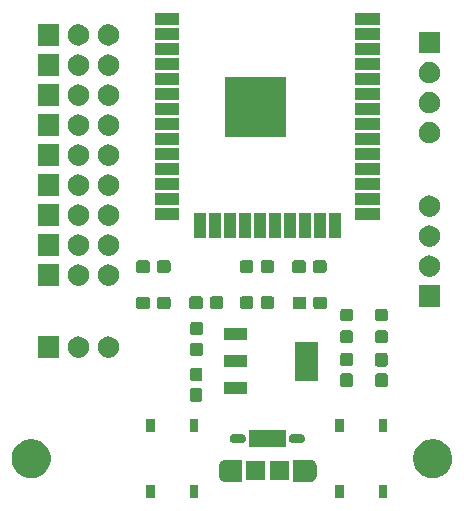
<source format=gbr>
G04 #@! TF.GenerationSoftware,KiCad,Pcbnew,(5.1.5)-3*
G04 #@! TF.CreationDate,2021-09-06T10:27:39+09:00*
G04 #@! TF.ProjectId,MKSP32_v2,4d4b5350-3332-45f7-9632-2e6b69636164,rev?*
G04 #@! TF.SameCoordinates,Original*
G04 #@! TF.FileFunction,Soldermask,Top*
G04 #@! TF.FilePolarity,Negative*
%FSLAX46Y46*%
G04 Gerber Fmt 4.6, Leading zero omitted, Abs format (unit mm)*
G04 Created by KiCad (PCBNEW (5.1.5)-3) date 2021-09-06 10:27:39*
%MOMM*%
%LPD*%
G04 APERTURE LIST*
%ADD10C,0.000100*%
%ADD11C,0.100000*%
G04 APERTURE END LIST*
D10*
G36*
X103600000Y-80875000D02*
G01*
X102200000Y-80875000D01*
X102200000Y-79125000D01*
X103600000Y-79125000D01*
X103626168Y-79125685D01*
X103652264Y-79127739D01*
X103678217Y-79131156D01*
X103703956Y-79135926D01*
X103729410Y-79142037D01*
X103754508Y-79149472D01*
X103779184Y-79158210D01*
X103803368Y-79168227D01*
X103826995Y-79179497D01*
X103850000Y-79191987D01*
X103872320Y-79205665D01*
X103893893Y-79220492D01*
X103914660Y-79236427D01*
X103934565Y-79253428D01*
X103953553Y-79271447D01*
X103971572Y-79290435D01*
X103988573Y-79310340D01*
X104004508Y-79331107D01*
X104019335Y-79352680D01*
X104033013Y-79375000D01*
X104045503Y-79398005D01*
X104056773Y-79421632D01*
X104066790Y-79445816D01*
X104075528Y-79470492D01*
X104082963Y-79495590D01*
X104089074Y-79521044D01*
X104093844Y-79546783D01*
X104097261Y-79572736D01*
X104099315Y-79598832D01*
X104100000Y-79625000D01*
X104100000Y-80375000D01*
X104099315Y-80401168D01*
X104097261Y-80427264D01*
X104093844Y-80453217D01*
X104089074Y-80478956D01*
X104082963Y-80504410D01*
X104075528Y-80529508D01*
X104066790Y-80554184D01*
X104056773Y-80578368D01*
X104045503Y-80601995D01*
X104033013Y-80625000D01*
X104019335Y-80647320D01*
X104004508Y-80668893D01*
X103988573Y-80689660D01*
X103971572Y-80709565D01*
X103953553Y-80728553D01*
X103934565Y-80746572D01*
X103914660Y-80763573D01*
X103893893Y-80779508D01*
X103872320Y-80794335D01*
X103850000Y-80808013D01*
X103826995Y-80820503D01*
X103803368Y-80831773D01*
X103779184Y-80841790D01*
X103754508Y-80850528D01*
X103729410Y-80857963D01*
X103703956Y-80864074D01*
X103678217Y-80868844D01*
X103652264Y-80872261D01*
X103626168Y-80874315D01*
X103600000Y-80875000D01*
G37*
X103600000Y-80875000D02*
X102200000Y-80875000D01*
X102200000Y-79125000D01*
X103600000Y-79125000D01*
X103626168Y-79125685D01*
X103652264Y-79127739D01*
X103678217Y-79131156D01*
X103703956Y-79135926D01*
X103729410Y-79142037D01*
X103754508Y-79149472D01*
X103779184Y-79158210D01*
X103803368Y-79168227D01*
X103826995Y-79179497D01*
X103850000Y-79191987D01*
X103872320Y-79205665D01*
X103893893Y-79220492D01*
X103914660Y-79236427D01*
X103934565Y-79253428D01*
X103953553Y-79271447D01*
X103971572Y-79290435D01*
X103988573Y-79310340D01*
X104004508Y-79331107D01*
X104019335Y-79352680D01*
X104033013Y-79375000D01*
X104045503Y-79398005D01*
X104056773Y-79421632D01*
X104066790Y-79445816D01*
X104075528Y-79470492D01*
X104082963Y-79495590D01*
X104089074Y-79521044D01*
X104093844Y-79546783D01*
X104097261Y-79572736D01*
X104099315Y-79598832D01*
X104100000Y-79625000D01*
X104100000Y-80375000D01*
X104099315Y-80401168D01*
X104097261Y-80427264D01*
X104093844Y-80453217D01*
X104089074Y-80478956D01*
X104082963Y-80504410D01*
X104075528Y-80529508D01*
X104066790Y-80554184D01*
X104056773Y-80578368D01*
X104045503Y-80601995D01*
X104033013Y-80625000D01*
X104019335Y-80647320D01*
X104004508Y-80668893D01*
X103988573Y-80689660D01*
X103971572Y-80709565D01*
X103953553Y-80728553D01*
X103934565Y-80746572D01*
X103914660Y-80763573D01*
X103893893Y-80779508D01*
X103872320Y-80794335D01*
X103850000Y-80808013D01*
X103826995Y-80820503D01*
X103803368Y-80831773D01*
X103779184Y-80841790D01*
X103754508Y-80850528D01*
X103729410Y-80857963D01*
X103703956Y-80864074D01*
X103678217Y-80868844D01*
X103652264Y-80872261D01*
X103626168Y-80874315D01*
X103600000Y-80875000D01*
G36*
X96400000Y-79125000D02*
G01*
X97800000Y-79125000D01*
X97800000Y-80875000D01*
X96400000Y-80875000D01*
X96373832Y-80874315D01*
X96347736Y-80872261D01*
X96321783Y-80868844D01*
X96296044Y-80864074D01*
X96270590Y-80857963D01*
X96245492Y-80850528D01*
X96220816Y-80841790D01*
X96196632Y-80831773D01*
X96173005Y-80820503D01*
X96150000Y-80808013D01*
X96127680Y-80794335D01*
X96106107Y-80779508D01*
X96085340Y-80763573D01*
X96065435Y-80746572D01*
X96046447Y-80728553D01*
X96028428Y-80709565D01*
X96011427Y-80689660D01*
X95995492Y-80668893D01*
X95980665Y-80647320D01*
X95966987Y-80625000D01*
X95954497Y-80601995D01*
X95943227Y-80578368D01*
X95933210Y-80554184D01*
X95924472Y-80529508D01*
X95917037Y-80504410D01*
X95910926Y-80478956D01*
X95906156Y-80453217D01*
X95902739Y-80427264D01*
X95900685Y-80401168D01*
X95900000Y-80375000D01*
X95900000Y-79625000D01*
X95900685Y-79598832D01*
X95902739Y-79572736D01*
X95906156Y-79546783D01*
X95910926Y-79521044D01*
X95917037Y-79495590D01*
X95924472Y-79470492D01*
X95933210Y-79445816D01*
X95943227Y-79421632D01*
X95954497Y-79398005D01*
X95966987Y-79375000D01*
X95980665Y-79352680D01*
X95995492Y-79331107D01*
X96011427Y-79310340D01*
X96028428Y-79290435D01*
X96046447Y-79271447D01*
X96065435Y-79253428D01*
X96085340Y-79236427D01*
X96106107Y-79220492D01*
X96127680Y-79205665D01*
X96150000Y-79191987D01*
X96173005Y-79179497D01*
X96196632Y-79168227D01*
X96220816Y-79158210D01*
X96245492Y-79149472D01*
X96270590Y-79142037D01*
X96296044Y-79135926D01*
X96321783Y-79131156D01*
X96347736Y-79127739D01*
X96373832Y-79125685D01*
X96400000Y-79125000D01*
G37*
X96400000Y-79125000D02*
X97800000Y-79125000D01*
X97800000Y-80875000D01*
X96400000Y-80875000D01*
X96373832Y-80874315D01*
X96347736Y-80872261D01*
X96321783Y-80868844D01*
X96296044Y-80864074D01*
X96270590Y-80857963D01*
X96245492Y-80850528D01*
X96220816Y-80841790D01*
X96196632Y-80831773D01*
X96173005Y-80820503D01*
X96150000Y-80808013D01*
X96127680Y-80794335D01*
X96106107Y-80779508D01*
X96085340Y-80763573D01*
X96065435Y-80746572D01*
X96046447Y-80728553D01*
X96028428Y-80709565D01*
X96011427Y-80689660D01*
X95995492Y-80668893D01*
X95980665Y-80647320D01*
X95966987Y-80625000D01*
X95954497Y-80601995D01*
X95943227Y-80578368D01*
X95933210Y-80554184D01*
X95924472Y-80529508D01*
X95917037Y-80504410D01*
X95910926Y-80478956D01*
X95906156Y-80453217D01*
X95902739Y-80427264D01*
X95900685Y-80401168D01*
X95900000Y-80375000D01*
X95900000Y-79625000D01*
X95900685Y-79598832D01*
X95902739Y-79572736D01*
X95906156Y-79546783D01*
X95910926Y-79521044D01*
X95917037Y-79495590D01*
X95924472Y-79470492D01*
X95933210Y-79445816D01*
X95943227Y-79421632D01*
X95954497Y-79398005D01*
X95966987Y-79375000D01*
X95980665Y-79352680D01*
X95995492Y-79331107D01*
X96011427Y-79310340D01*
X96028428Y-79290435D01*
X96046447Y-79271447D01*
X96065435Y-79253428D01*
X96085340Y-79236427D01*
X96106107Y-79220492D01*
X96127680Y-79205665D01*
X96150000Y-79191987D01*
X96173005Y-79179497D01*
X96196632Y-79168227D01*
X96220816Y-79158210D01*
X96245492Y-79149472D01*
X96270590Y-79142037D01*
X96296044Y-79135926D01*
X96321783Y-79131156D01*
X96347736Y-79127739D01*
X96373832Y-79125685D01*
X96400000Y-79125000D01*
D11*
G36*
X110151000Y-82351000D02*
G01*
X109449000Y-82351000D01*
X109449000Y-81249000D01*
X110151000Y-81249000D01*
X110151000Y-82351000D01*
G37*
G36*
X106451000Y-82351000D02*
G01*
X105749000Y-82351000D01*
X105749000Y-81249000D01*
X106451000Y-81249000D01*
X106451000Y-82351000D01*
G37*
G36*
X90451000Y-82351000D02*
G01*
X89749000Y-82351000D01*
X89749000Y-81249000D01*
X90451000Y-81249000D01*
X90451000Y-82351000D01*
G37*
G36*
X94151000Y-82351000D02*
G01*
X93449000Y-82351000D01*
X93449000Y-81249000D01*
X94151000Y-81249000D01*
X94151000Y-82351000D01*
G37*
G36*
X96585960Y-79180345D02*
G01*
X96647111Y-79198895D01*
X96668621Y-79205420D01*
X96744795Y-79246136D01*
X96811567Y-79300933D01*
X96866364Y-79367705D01*
X96907080Y-79443878D01*
X96913605Y-79465388D01*
X96932155Y-79526539D01*
X96938500Y-79590964D01*
X96938500Y-80409036D01*
X96932155Y-80473461D01*
X96913605Y-80534612D01*
X96907080Y-80556122D01*
X96866364Y-80632295D01*
X96811567Y-80699067D01*
X96744795Y-80753864D01*
X96668622Y-80794580D01*
X96647112Y-80801105D01*
X96585961Y-80819655D01*
X96500000Y-80828121D01*
X96414040Y-80819655D01*
X96352889Y-80801105D01*
X96331379Y-80794580D01*
X96255206Y-80753864D01*
X96188434Y-80699067D01*
X96133637Y-80632295D01*
X96092919Y-80556118D01*
X96067845Y-80473462D01*
X96061500Y-80409037D01*
X96061500Y-79590964D01*
X96067845Y-79526542D01*
X96067845Y-79526540D01*
X96092919Y-79443883D01*
X96092920Y-79443879D01*
X96133636Y-79367705D01*
X96188433Y-79300933D01*
X96255205Y-79246136D01*
X96331378Y-79205420D01*
X96352888Y-79198895D01*
X96414039Y-79180345D01*
X96500000Y-79171879D01*
X96585960Y-79180345D01*
G37*
G36*
X103585960Y-79180345D02*
G01*
X103647111Y-79198895D01*
X103668621Y-79205420D01*
X103744795Y-79246136D01*
X103811567Y-79300933D01*
X103866364Y-79367705D01*
X103907080Y-79443878D01*
X103913605Y-79465388D01*
X103932155Y-79526539D01*
X103938500Y-79590964D01*
X103938500Y-80409036D01*
X103932155Y-80473461D01*
X103913605Y-80534612D01*
X103907080Y-80556122D01*
X103866364Y-80632295D01*
X103811567Y-80699067D01*
X103744795Y-80753864D01*
X103668622Y-80794580D01*
X103647112Y-80801105D01*
X103585961Y-80819655D01*
X103500000Y-80828121D01*
X103414040Y-80819655D01*
X103352889Y-80801105D01*
X103331379Y-80794580D01*
X103255206Y-80753864D01*
X103188434Y-80699067D01*
X103133637Y-80632295D01*
X103092919Y-80556118D01*
X103067845Y-80473462D01*
X103061500Y-80409037D01*
X103061500Y-79590964D01*
X103067845Y-79526542D01*
X103067845Y-79526540D01*
X103092919Y-79443883D01*
X103092920Y-79443879D01*
X103133636Y-79367705D01*
X103188433Y-79300933D01*
X103255205Y-79246136D01*
X103331378Y-79205420D01*
X103352888Y-79198895D01*
X103414039Y-79180345D01*
X103500000Y-79171879D01*
X103585960Y-79180345D01*
G37*
G36*
X99801000Y-80826000D02*
G01*
X98199000Y-80826000D01*
X98199000Y-79174000D01*
X99801000Y-79174000D01*
X99801000Y-80826000D01*
G37*
G36*
X101801000Y-80826000D02*
G01*
X100199000Y-80826000D01*
X100199000Y-79174000D01*
X101801000Y-79174000D01*
X101801000Y-80826000D01*
G37*
G36*
X114375256Y-77391298D02*
G01*
X114481579Y-77412447D01*
X114782042Y-77536903D01*
X115052451Y-77717585D01*
X115282415Y-77947549D01*
X115282416Y-77947551D01*
X115463098Y-78217960D01*
X115587553Y-78518422D01*
X115651000Y-78837389D01*
X115651000Y-79162611D01*
X115610204Y-79367704D01*
X115587553Y-79481579D01*
X115463097Y-79782042D01*
X115282415Y-80052451D01*
X115052451Y-80282415D01*
X114782042Y-80463097D01*
X114481579Y-80587553D01*
X114375256Y-80608702D01*
X114162611Y-80651000D01*
X113837389Y-80651000D01*
X113624744Y-80608702D01*
X113518421Y-80587553D01*
X113217958Y-80463097D01*
X112947549Y-80282415D01*
X112717585Y-80052451D01*
X112536903Y-79782042D01*
X112412447Y-79481579D01*
X112389796Y-79367704D01*
X112349000Y-79162611D01*
X112349000Y-78837389D01*
X112412447Y-78518422D01*
X112536902Y-78217960D01*
X112717584Y-77947551D01*
X112717585Y-77947549D01*
X112947549Y-77717585D01*
X113217958Y-77536903D01*
X113518421Y-77412447D01*
X113624744Y-77391298D01*
X113837389Y-77349000D01*
X114162611Y-77349000D01*
X114375256Y-77391298D01*
G37*
G36*
X80375256Y-77391298D02*
G01*
X80481579Y-77412447D01*
X80782042Y-77536903D01*
X81052451Y-77717585D01*
X81282415Y-77947549D01*
X81282416Y-77947551D01*
X81463098Y-78217960D01*
X81587553Y-78518422D01*
X81651000Y-78837389D01*
X81651000Y-79162611D01*
X81610204Y-79367704D01*
X81587553Y-79481579D01*
X81463097Y-79782042D01*
X81282415Y-80052451D01*
X81052451Y-80282415D01*
X80782042Y-80463097D01*
X80481579Y-80587553D01*
X80375256Y-80608702D01*
X80162611Y-80651000D01*
X79837389Y-80651000D01*
X79624744Y-80608702D01*
X79518421Y-80587553D01*
X79217958Y-80463097D01*
X78947549Y-80282415D01*
X78717585Y-80052451D01*
X78536903Y-79782042D01*
X78412447Y-79481579D01*
X78389796Y-79367704D01*
X78349000Y-79162611D01*
X78349000Y-78837389D01*
X78412447Y-78518422D01*
X78536902Y-78217960D01*
X78717584Y-77947551D01*
X78717585Y-77947549D01*
X78947549Y-77717585D01*
X79217958Y-77536903D01*
X79518421Y-77412447D01*
X79624744Y-77391298D01*
X79837389Y-77349000D01*
X80162611Y-77349000D01*
X80375256Y-77391298D01*
G37*
G36*
X101551000Y-77255102D02*
G01*
X101553402Y-77279488D01*
X101559762Y-77300454D01*
X101556382Y-77308613D01*
X101551602Y-77332646D01*
X101551000Y-77344898D01*
X101551000Y-78026000D01*
X98449000Y-78026000D01*
X98449000Y-77344898D01*
X98446598Y-77320512D01*
X98440238Y-77299546D01*
X98443618Y-77291387D01*
X98448398Y-77267354D01*
X98449000Y-77255102D01*
X98449000Y-76574000D01*
X101551000Y-76574000D01*
X101551000Y-77255102D01*
G37*
G36*
X102898710Y-76929440D02*
G01*
X102969585Y-76950940D01*
X103034904Y-76985854D01*
X103092159Y-77032841D01*
X103139146Y-77090096D01*
X103174060Y-77155415D01*
X103195560Y-77226290D01*
X103202819Y-77300000D01*
X103195560Y-77373710D01*
X103174060Y-77444585D01*
X103139146Y-77509904D01*
X103092159Y-77567159D01*
X103034904Y-77614146D01*
X102969585Y-77649060D01*
X102898710Y-77670560D01*
X102843472Y-77676000D01*
X102156528Y-77676000D01*
X102101290Y-77670560D01*
X102030415Y-77649060D01*
X101965096Y-77614146D01*
X101907841Y-77567159D01*
X101860854Y-77509904D01*
X101825940Y-77444585D01*
X101804440Y-77373710D01*
X101800396Y-77332646D01*
X101795616Y-77308613D01*
X101792236Y-77300454D01*
X101798596Y-77279488D01*
X101800396Y-77267354D01*
X101804440Y-77226290D01*
X101825940Y-77155415D01*
X101860854Y-77090096D01*
X101907841Y-77032841D01*
X101965096Y-76985854D01*
X102030415Y-76950940D01*
X102101290Y-76929440D01*
X102156528Y-76924000D01*
X102843472Y-76924000D01*
X102898710Y-76929440D01*
G37*
G36*
X97898710Y-76929440D02*
G01*
X97969585Y-76950940D01*
X98034904Y-76985854D01*
X98092159Y-77032841D01*
X98139146Y-77090096D01*
X98174060Y-77155415D01*
X98195560Y-77226290D01*
X98199604Y-77267354D01*
X98204384Y-77291387D01*
X98207764Y-77299546D01*
X98201404Y-77320512D01*
X98199604Y-77332646D01*
X98195560Y-77373710D01*
X98174060Y-77444585D01*
X98139146Y-77509904D01*
X98092159Y-77567159D01*
X98034904Y-77614146D01*
X97969585Y-77649060D01*
X97898710Y-77670560D01*
X97843472Y-77676000D01*
X97156528Y-77676000D01*
X97101290Y-77670560D01*
X97030415Y-77649060D01*
X96965096Y-77614146D01*
X96907841Y-77567159D01*
X96860854Y-77509904D01*
X96825940Y-77444585D01*
X96804440Y-77373710D01*
X96797181Y-77300000D01*
X96804440Y-77226290D01*
X96825940Y-77155415D01*
X96860854Y-77090096D01*
X96907841Y-77032841D01*
X96965096Y-76985854D01*
X97030415Y-76950940D01*
X97101290Y-76929440D01*
X97156528Y-76924000D01*
X97843472Y-76924000D01*
X97898710Y-76929440D01*
G37*
G36*
X94151000Y-76751000D02*
G01*
X93449000Y-76751000D01*
X93449000Y-75649000D01*
X94151000Y-75649000D01*
X94151000Y-76751000D01*
G37*
G36*
X106451000Y-76751000D02*
G01*
X105749000Y-76751000D01*
X105749000Y-75649000D01*
X106451000Y-75649000D01*
X106451000Y-76751000D01*
G37*
G36*
X110151000Y-76751000D02*
G01*
X109449000Y-76751000D01*
X109449000Y-75649000D01*
X110151000Y-75649000D01*
X110151000Y-76751000D01*
G37*
G36*
X90451000Y-76751000D02*
G01*
X89749000Y-76751000D01*
X89749000Y-75649000D01*
X90451000Y-75649000D01*
X90451000Y-76751000D01*
G37*
G36*
X94332499Y-73039695D02*
G01*
X94369995Y-73051070D01*
X94404554Y-73069542D01*
X94434847Y-73094403D01*
X94459708Y-73124696D01*
X94478180Y-73159255D01*
X94489555Y-73196751D01*
X94494000Y-73241888D01*
X94494000Y-73980612D01*
X94489555Y-74025749D01*
X94478180Y-74063245D01*
X94459708Y-74097804D01*
X94434847Y-74128097D01*
X94404554Y-74152958D01*
X94369995Y-74171430D01*
X94332499Y-74182805D01*
X94287362Y-74187250D01*
X93648638Y-74187250D01*
X93603501Y-74182805D01*
X93566005Y-74171430D01*
X93531446Y-74152958D01*
X93501153Y-74128097D01*
X93476292Y-74097804D01*
X93457820Y-74063245D01*
X93446445Y-74025749D01*
X93442000Y-73980612D01*
X93442000Y-73241888D01*
X93446445Y-73196751D01*
X93457820Y-73159255D01*
X93476292Y-73124696D01*
X93501153Y-73094403D01*
X93531446Y-73069542D01*
X93566005Y-73051070D01*
X93603501Y-73039695D01*
X93648638Y-73035250D01*
X94287362Y-73035250D01*
X94332499Y-73039695D01*
G37*
G36*
X98261000Y-73540000D02*
G01*
X96359000Y-73540000D01*
X96359000Y-72538000D01*
X98261000Y-72538000D01*
X98261000Y-73540000D01*
G37*
G36*
X110016499Y-71761445D02*
G01*
X110053995Y-71772820D01*
X110088554Y-71791292D01*
X110118847Y-71816153D01*
X110143708Y-71846446D01*
X110162180Y-71881005D01*
X110173555Y-71918501D01*
X110178000Y-71963638D01*
X110178000Y-72727362D01*
X110173555Y-72772499D01*
X110162180Y-72809995D01*
X110143708Y-72844554D01*
X110118847Y-72874847D01*
X110088554Y-72899708D01*
X110053995Y-72918180D01*
X110016499Y-72929555D01*
X109971362Y-72934000D01*
X109332638Y-72934000D01*
X109287501Y-72929555D01*
X109250005Y-72918180D01*
X109215446Y-72899708D01*
X109185153Y-72874847D01*
X109160292Y-72844554D01*
X109141820Y-72809995D01*
X109130445Y-72772499D01*
X109126000Y-72727362D01*
X109126000Y-71963638D01*
X109130445Y-71918501D01*
X109141820Y-71881005D01*
X109160292Y-71846446D01*
X109185153Y-71816153D01*
X109215446Y-71791292D01*
X109250005Y-71772820D01*
X109287501Y-71761445D01*
X109332638Y-71757000D01*
X109971362Y-71757000D01*
X110016499Y-71761445D01*
G37*
G36*
X107072499Y-71786445D02*
G01*
X107109995Y-71797820D01*
X107144554Y-71816292D01*
X107174847Y-71841153D01*
X107199708Y-71871446D01*
X107218180Y-71906005D01*
X107229555Y-71943501D01*
X107234000Y-71988638D01*
X107234000Y-72727362D01*
X107229555Y-72772499D01*
X107218180Y-72809995D01*
X107199708Y-72844554D01*
X107174847Y-72874847D01*
X107144554Y-72899708D01*
X107109995Y-72918180D01*
X107072499Y-72929555D01*
X107027362Y-72934000D01*
X106388638Y-72934000D01*
X106343501Y-72929555D01*
X106306005Y-72918180D01*
X106271446Y-72899708D01*
X106241153Y-72874847D01*
X106216292Y-72844554D01*
X106197820Y-72809995D01*
X106186445Y-72772499D01*
X106182000Y-72727362D01*
X106182000Y-71988638D01*
X106186445Y-71943501D01*
X106197820Y-71906005D01*
X106216292Y-71871446D01*
X106241153Y-71841153D01*
X106271446Y-71816292D01*
X106306005Y-71797820D01*
X106343501Y-71786445D01*
X106388638Y-71782000D01*
X107027362Y-71782000D01*
X107072499Y-71786445D01*
G37*
G36*
X94332499Y-71289695D02*
G01*
X94369995Y-71301070D01*
X94404554Y-71319542D01*
X94434847Y-71344403D01*
X94459708Y-71374696D01*
X94478180Y-71409255D01*
X94489555Y-71446751D01*
X94494000Y-71491888D01*
X94494000Y-72230612D01*
X94489555Y-72275749D01*
X94478180Y-72313245D01*
X94459708Y-72347804D01*
X94434847Y-72378097D01*
X94404554Y-72402958D01*
X94369995Y-72421430D01*
X94332499Y-72432805D01*
X94287362Y-72437250D01*
X93648638Y-72437250D01*
X93603501Y-72432805D01*
X93566005Y-72421430D01*
X93531446Y-72402958D01*
X93501153Y-72378097D01*
X93476292Y-72347804D01*
X93457820Y-72313245D01*
X93446445Y-72275749D01*
X93442000Y-72230612D01*
X93442000Y-71491888D01*
X93446445Y-71446751D01*
X93457820Y-71409255D01*
X93476292Y-71374696D01*
X93501153Y-71344403D01*
X93531446Y-71319542D01*
X93566005Y-71301070D01*
X93603501Y-71289695D01*
X93648638Y-71285250D01*
X94287362Y-71285250D01*
X94332499Y-71289695D01*
G37*
G36*
X104261000Y-72390000D02*
G01*
X102359000Y-72390000D01*
X102359000Y-69088000D01*
X104261000Y-69088000D01*
X104261000Y-72390000D01*
G37*
G36*
X98261000Y-71240000D02*
G01*
X96359000Y-71240000D01*
X96359000Y-70238000D01*
X98261000Y-70238000D01*
X98261000Y-71240000D01*
G37*
G36*
X110016499Y-70036445D02*
G01*
X110053995Y-70047820D01*
X110088554Y-70066292D01*
X110118847Y-70091153D01*
X110143708Y-70121446D01*
X110162180Y-70156005D01*
X110173555Y-70193501D01*
X110178000Y-70238638D01*
X110178000Y-71002362D01*
X110173555Y-71047499D01*
X110162180Y-71084995D01*
X110143708Y-71119554D01*
X110118847Y-71149847D01*
X110088554Y-71174708D01*
X110053995Y-71193180D01*
X110016499Y-71204555D01*
X109971362Y-71209000D01*
X109332638Y-71209000D01*
X109287501Y-71204555D01*
X109250005Y-71193180D01*
X109215446Y-71174708D01*
X109185153Y-71149847D01*
X109160292Y-71119554D01*
X109141820Y-71084995D01*
X109130445Y-71047499D01*
X109126000Y-71002362D01*
X109126000Y-70238638D01*
X109130445Y-70193501D01*
X109141820Y-70156005D01*
X109160292Y-70121446D01*
X109185153Y-70091153D01*
X109215446Y-70066292D01*
X109250005Y-70047820D01*
X109287501Y-70036445D01*
X109332638Y-70032000D01*
X109971362Y-70032000D01*
X110016499Y-70036445D01*
G37*
G36*
X107072499Y-70036445D02*
G01*
X107109995Y-70047820D01*
X107144554Y-70066292D01*
X107174847Y-70091153D01*
X107199708Y-70121446D01*
X107218180Y-70156005D01*
X107229555Y-70193501D01*
X107234000Y-70238638D01*
X107234000Y-70977362D01*
X107229555Y-71022499D01*
X107218180Y-71059995D01*
X107199708Y-71094554D01*
X107174847Y-71124847D01*
X107144554Y-71149708D01*
X107109995Y-71168180D01*
X107072499Y-71179555D01*
X107027362Y-71184000D01*
X106388638Y-71184000D01*
X106343501Y-71179555D01*
X106306005Y-71168180D01*
X106271446Y-71149708D01*
X106241153Y-71124847D01*
X106216292Y-71094554D01*
X106197820Y-71059995D01*
X106186445Y-71022499D01*
X106182000Y-70977362D01*
X106182000Y-70238638D01*
X106186445Y-70193501D01*
X106197820Y-70156005D01*
X106216292Y-70121446D01*
X106241153Y-70091153D01*
X106271446Y-70066292D01*
X106306005Y-70047820D01*
X106343501Y-70036445D01*
X106388638Y-70032000D01*
X107027362Y-70032000D01*
X107072499Y-70036445D01*
G37*
G36*
X86651512Y-68661927D02*
G01*
X86800812Y-68691624D01*
X86964784Y-68759544D01*
X87112354Y-68858147D01*
X87237853Y-68983646D01*
X87336456Y-69131216D01*
X87404376Y-69295188D01*
X87439000Y-69469259D01*
X87439000Y-69646741D01*
X87404376Y-69820812D01*
X87336456Y-69984784D01*
X87237853Y-70132354D01*
X87112354Y-70257853D01*
X86964784Y-70356456D01*
X86800812Y-70424376D01*
X86651512Y-70454073D01*
X86626742Y-70459000D01*
X86449258Y-70459000D01*
X86424488Y-70454073D01*
X86275188Y-70424376D01*
X86111216Y-70356456D01*
X85963646Y-70257853D01*
X85838147Y-70132354D01*
X85739544Y-69984784D01*
X85671624Y-69820812D01*
X85637000Y-69646741D01*
X85637000Y-69469259D01*
X85671624Y-69295188D01*
X85739544Y-69131216D01*
X85838147Y-68983646D01*
X85963646Y-68858147D01*
X86111216Y-68759544D01*
X86275188Y-68691624D01*
X86424488Y-68661927D01*
X86449258Y-68657000D01*
X86626742Y-68657000D01*
X86651512Y-68661927D01*
G37*
G36*
X84111512Y-68661927D02*
G01*
X84260812Y-68691624D01*
X84424784Y-68759544D01*
X84572354Y-68858147D01*
X84697853Y-68983646D01*
X84796456Y-69131216D01*
X84864376Y-69295188D01*
X84899000Y-69469259D01*
X84899000Y-69646741D01*
X84864376Y-69820812D01*
X84796456Y-69984784D01*
X84697853Y-70132354D01*
X84572354Y-70257853D01*
X84424784Y-70356456D01*
X84260812Y-70424376D01*
X84111512Y-70454073D01*
X84086742Y-70459000D01*
X83909258Y-70459000D01*
X83884488Y-70454073D01*
X83735188Y-70424376D01*
X83571216Y-70356456D01*
X83423646Y-70257853D01*
X83298147Y-70132354D01*
X83199544Y-69984784D01*
X83131624Y-69820812D01*
X83097000Y-69646741D01*
X83097000Y-69469259D01*
X83131624Y-69295188D01*
X83199544Y-69131216D01*
X83298147Y-68983646D01*
X83423646Y-68858147D01*
X83571216Y-68759544D01*
X83735188Y-68691624D01*
X83884488Y-68661927D01*
X83909258Y-68657000D01*
X84086742Y-68657000D01*
X84111512Y-68661927D01*
G37*
G36*
X82359000Y-70459000D02*
G01*
X80557000Y-70459000D01*
X80557000Y-68657000D01*
X82359000Y-68657000D01*
X82359000Y-70459000D01*
G37*
G36*
X94372499Y-69174945D02*
G01*
X94409995Y-69186320D01*
X94444554Y-69204792D01*
X94474847Y-69229653D01*
X94499708Y-69259946D01*
X94518180Y-69294505D01*
X94529555Y-69332001D01*
X94534000Y-69377138D01*
X94534000Y-70115862D01*
X94529555Y-70160999D01*
X94518180Y-70198495D01*
X94499708Y-70233054D01*
X94474847Y-70263347D01*
X94444554Y-70288208D01*
X94409995Y-70306680D01*
X94372499Y-70318055D01*
X94327362Y-70322500D01*
X93688638Y-70322500D01*
X93643501Y-70318055D01*
X93606005Y-70306680D01*
X93571446Y-70288208D01*
X93541153Y-70263347D01*
X93516292Y-70233054D01*
X93497820Y-70198495D01*
X93486445Y-70160999D01*
X93482000Y-70115862D01*
X93482000Y-69377138D01*
X93486445Y-69332001D01*
X93497820Y-69294505D01*
X93516292Y-69259946D01*
X93541153Y-69229653D01*
X93571446Y-69204792D01*
X93606005Y-69186320D01*
X93643501Y-69174945D01*
X93688638Y-69170500D01*
X94327362Y-69170500D01*
X94372499Y-69174945D01*
G37*
G36*
X110016499Y-68139445D02*
G01*
X110053995Y-68150820D01*
X110088554Y-68169292D01*
X110118847Y-68194153D01*
X110143708Y-68224446D01*
X110162180Y-68259005D01*
X110173555Y-68296501D01*
X110178000Y-68341638D01*
X110178000Y-69005362D01*
X110173555Y-69050499D01*
X110162180Y-69087995D01*
X110143708Y-69122554D01*
X110118847Y-69152847D01*
X110088554Y-69177708D01*
X110053995Y-69196180D01*
X110016499Y-69207555D01*
X109971362Y-69212000D01*
X109332638Y-69212000D01*
X109287501Y-69207555D01*
X109250005Y-69196180D01*
X109215446Y-69177708D01*
X109185153Y-69152847D01*
X109160292Y-69122554D01*
X109141820Y-69087995D01*
X109130445Y-69050499D01*
X109126000Y-69005362D01*
X109126000Y-68341638D01*
X109130445Y-68296501D01*
X109141820Y-68259005D01*
X109160292Y-68224446D01*
X109185153Y-68194153D01*
X109215446Y-68169292D01*
X109250005Y-68150820D01*
X109287501Y-68139445D01*
X109332638Y-68135000D01*
X109971362Y-68135000D01*
X110016499Y-68139445D01*
G37*
G36*
X107072499Y-68139445D02*
G01*
X107109995Y-68150820D01*
X107144554Y-68169292D01*
X107174847Y-68194153D01*
X107199708Y-68224446D01*
X107218180Y-68259005D01*
X107229555Y-68296501D01*
X107234000Y-68341638D01*
X107234000Y-69005362D01*
X107229555Y-69050499D01*
X107218180Y-69087995D01*
X107199708Y-69122554D01*
X107174847Y-69152847D01*
X107144554Y-69177708D01*
X107109995Y-69196180D01*
X107072499Y-69207555D01*
X107027362Y-69212000D01*
X106388638Y-69212000D01*
X106343501Y-69207555D01*
X106306005Y-69196180D01*
X106271446Y-69177708D01*
X106241153Y-69152847D01*
X106216292Y-69122554D01*
X106197820Y-69087995D01*
X106186445Y-69050499D01*
X106182000Y-69005362D01*
X106182000Y-68341638D01*
X106186445Y-68296501D01*
X106197820Y-68259005D01*
X106216292Y-68224446D01*
X106241153Y-68194153D01*
X106271446Y-68169292D01*
X106306005Y-68150820D01*
X106343501Y-68139445D01*
X106388638Y-68135000D01*
X107027362Y-68135000D01*
X107072499Y-68139445D01*
G37*
G36*
X98261000Y-68940000D02*
G01*
X96359000Y-68940000D01*
X96359000Y-67938000D01*
X98261000Y-67938000D01*
X98261000Y-68940000D01*
G37*
G36*
X94372499Y-67424945D02*
G01*
X94409995Y-67436320D01*
X94444554Y-67454792D01*
X94474847Y-67479653D01*
X94499708Y-67509946D01*
X94518180Y-67544505D01*
X94529555Y-67582001D01*
X94534000Y-67627138D01*
X94534000Y-68365862D01*
X94529555Y-68410999D01*
X94518180Y-68448495D01*
X94499708Y-68483054D01*
X94474847Y-68513347D01*
X94444554Y-68538208D01*
X94409995Y-68556680D01*
X94372499Y-68568055D01*
X94327362Y-68572500D01*
X93688638Y-68572500D01*
X93643501Y-68568055D01*
X93606005Y-68556680D01*
X93571446Y-68538208D01*
X93541153Y-68513347D01*
X93516292Y-68483054D01*
X93497820Y-68448495D01*
X93486445Y-68410999D01*
X93482000Y-68365862D01*
X93482000Y-67627138D01*
X93486445Y-67582001D01*
X93497820Y-67544505D01*
X93516292Y-67509946D01*
X93541153Y-67479653D01*
X93571446Y-67454792D01*
X93606005Y-67436320D01*
X93643501Y-67424945D01*
X93688638Y-67420500D01*
X94327362Y-67420500D01*
X94372499Y-67424945D01*
G37*
G36*
X107072499Y-66314445D02*
G01*
X107109995Y-66325820D01*
X107144554Y-66344292D01*
X107174847Y-66369153D01*
X107199708Y-66399446D01*
X107218180Y-66434005D01*
X107229555Y-66471501D01*
X107234000Y-66516638D01*
X107234000Y-67180362D01*
X107229555Y-67225499D01*
X107218180Y-67262995D01*
X107199708Y-67297554D01*
X107174847Y-67327847D01*
X107144554Y-67352708D01*
X107109995Y-67371180D01*
X107072499Y-67382555D01*
X107027362Y-67387000D01*
X106388638Y-67387000D01*
X106343501Y-67382555D01*
X106306005Y-67371180D01*
X106271446Y-67352708D01*
X106241153Y-67327847D01*
X106216292Y-67297554D01*
X106197820Y-67262995D01*
X106186445Y-67225499D01*
X106182000Y-67180362D01*
X106182000Y-66516638D01*
X106186445Y-66471501D01*
X106197820Y-66434005D01*
X106216292Y-66399446D01*
X106241153Y-66369153D01*
X106271446Y-66344292D01*
X106306005Y-66325820D01*
X106343501Y-66314445D01*
X106388638Y-66310000D01*
X107027362Y-66310000D01*
X107072499Y-66314445D01*
G37*
G36*
X110016499Y-66314445D02*
G01*
X110053995Y-66325820D01*
X110088554Y-66344292D01*
X110118847Y-66369153D01*
X110143708Y-66399446D01*
X110162180Y-66434005D01*
X110173555Y-66471501D01*
X110178000Y-66516638D01*
X110178000Y-67180362D01*
X110173555Y-67225499D01*
X110162180Y-67262995D01*
X110143708Y-67297554D01*
X110118847Y-67327847D01*
X110088554Y-67352708D01*
X110053995Y-67371180D01*
X110016499Y-67382555D01*
X109971362Y-67387000D01*
X109332638Y-67387000D01*
X109287501Y-67382555D01*
X109250005Y-67371180D01*
X109215446Y-67352708D01*
X109185153Y-67327847D01*
X109160292Y-67297554D01*
X109141820Y-67262995D01*
X109130445Y-67225499D01*
X109126000Y-67180362D01*
X109126000Y-66516638D01*
X109130445Y-66471501D01*
X109141820Y-66434005D01*
X109160292Y-66399446D01*
X109185153Y-66369153D01*
X109215446Y-66344292D01*
X109250005Y-66325820D01*
X109287501Y-66314445D01*
X109332638Y-66310000D01*
X109971362Y-66310000D01*
X110016499Y-66314445D01*
G37*
G36*
X103139499Y-65278445D02*
G01*
X103176995Y-65289820D01*
X103211554Y-65308292D01*
X103241847Y-65333153D01*
X103266708Y-65363446D01*
X103285180Y-65398005D01*
X103296555Y-65435501D01*
X103301000Y-65480638D01*
X103301000Y-66119362D01*
X103296555Y-66164499D01*
X103285180Y-66201995D01*
X103266708Y-66236554D01*
X103241847Y-66266847D01*
X103211554Y-66291708D01*
X103176995Y-66310180D01*
X103139499Y-66321555D01*
X103094362Y-66326000D01*
X102355638Y-66326000D01*
X102310501Y-66321555D01*
X102273005Y-66310180D01*
X102238446Y-66291708D01*
X102208153Y-66266847D01*
X102183292Y-66236554D01*
X102164820Y-66201995D01*
X102153445Y-66164499D01*
X102149000Y-66119362D01*
X102149000Y-65480638D01*
X102153445Y-65435501D01*
X102164820Y-65398005D01*
X102183292Y-65363446D01*
X102208153Y-65333153D01*
X102238446Y-65308292D01*
X102273005Y-65289820D01*
X102310501Y-65278445D01*
X102355638Y-65274000D01*
X103094362Y-65274000D01*
X103139499Y-65278445D01*
G37*
G36*
X104889499Y-65278445D02*
G01*
X104926995Y-65289820D01*
X104961554Y-65308292D01*
X104991847Y-65333153D01*
X105016708Y-65363446D01*
X105035180Y-65398005D01*
X105046555Y-65435501D01*
X105051000Y-65480638D01*
X105051000Y-66119362D01*
X105046555Y-66164499D01*
X105035180Y-66201995D01*
X105016708Y-66236554D01*
X104991847Y-66266847D01*
X104961554Y-66291708D01*
X104926995Y-66310180D01*
X104889499Y-66321555D01*
X104844362Y-66326000D01*
X104105638Y-66326000D01*
X104060501Y-66321555D01*
X104023005Y-66310180D01*
X103988446Y-66291708D01*
X103958153Y-66266847D01*
X103933292Y-66236554D01*
X103914820Y-66201995D01*
X103903445Y-66164499D01*
X103899000Y-66119362D01*
X103899000Y-65480638D01*
X103903445Y-65435501D01*
X103914820Y-65398005D01*
X103933292Y-65363446D01*
X103958153Y-65333153D01*
X103988446Y-65308292D01*
X104023005Y-65289820D01*
X104060501Y-65278445D01*
X104105638Y-65274000D01*
X104844362Y-65274000D01*
X104889499Y-65278445D01*
G37*
G36*
X91637499Y-65278445D02*
G01*
X91674995Y-65289820D01*
X91709554Y-65308292D01*
X91739847Y-65333153D01*
X91764708Y-65363446D01*
X91783180Y-65398005D01*
X91794555Y-65435501D01*
X91799000Y-65480638D01*
X91799000Y-66119362D01*
X91794555Y-66164499D01*
X91783180Y-66201995D01*
X91764708Y-66236554D01*
X91739847Y-66266847D01*
X91709554Y-66291708D01*
X91674995Y-66310180D01*
X91637499Y-66321555D01*
X91592362Y-66326000D01*
X90853638Y-66326000D01*
X90808501Y-66321555D01*
X90771005Y-66310180D01*
X90736446Y-66291708D01*
X90706153Y-66266847D01*
X90681292Y-66236554D01*
X90662820Y-66201995D01*
X90651445Y-66164499D01*
X90647000Y-66119362D01*
X90647000Y-65480638D01*
X90651445Y-65435501D01*
X90662820Y-65398005D01*
X90681292Y-65363446D01*
X90706153Y-65333153D01*
X90736446Y-65308292D01*
X90771005Y-65289820D01*
X90808501Y-65278445D01*
X90853638Y-65274000D01*
X91592362Y-65274000D01*
X91637499Y-65278445D01*
G37*
G36*
X89887499Y-65278445D02*
G01*
X89924995Y-65289820D01*
X89959554Y-65308292D01*
X89989847Y-65333153D01*
X90014708Y-65363446D01*
X90033180Y-65398005D01*
X90044555Y-65435501D01*
X90049000Y-65480638D01*
X90049000Y-66119362D01*
X90044555Y-66164499D01*
X90033180Y-66201995D01*
X90014708Y-66236554D01*
X89989847Y-66266847D01*
X89959554Y-66291708D01*
X89924995Y-66310180D01*
X89887499Y-66321555D01*
X89842362Y-66326000D01*
X89103638Y-66326000D01*
X89058501Y-66321555D01*
X89021005Y-66310180D01*
X88986446Y-66291708D01*
X88956153Y-66266847D01*
X88931292Y-66236554D01*
X88912820Y-66201995D01*
X88901445Y-66164499D01*
X88897000Y-66119362D01*
X88897000Y-65480638D01*
X88901445Y-65435501D01*
X88912820Y-65398005D01*
X88931292Y-65363446D01*
X88956153Y-65333153D01*
X88986446Y-65308292D01*
X89021005Y-65289820D01*
X89058501Y-65278445D01*
X89103638Y-65274000D01*
X89842362Y-65274000D01*
X89887499Y-65278445D01*
G37*
G36*
X100414499Y-65260445D02*
G01*
X100451995Y-65271820D01*
X100486554Y-65290292D01*
X100516847Y-65315153D01*
X100541708Y-65345446D01*
X100560180Y-65380005D01*
X100571555Y-65417501D01*
X100576000Y-65462638D01*
X100576000Y-66101362D01*
X100571555Y-66146499D01*
X100560180Y-66183995D01*
X100541708Y-66218554D01*
X100516847Y-66248847D01*
X100486554Y-66273708D01*
X100451995Y-66292180D01*
X100414499Y-66303555D01*
X100369362Y-66308000D01*
X99630638Y-66308000D01*
X99585501Y-66303555D01*
X99548005Y-66292180D01*
X99513446Y-66273708D01*
X99483153Y-66248847D01*
X99458292Y-66218554D01*
X99439820Y-66183995D01*
X99428445Y-66146499D01*
X99424000Y-66101362D01*
X99424000Y-65462638D01*
X99428445Y-65417501D01*
X99439820Y-65380005D01*
X99458292Y-65345446D01*
X99483153Y-65315153D01*
X99513446Y-65290292D01*
X99548005Y-65271820D01*
X99585501Y-65260445D01*
X99630638Y-65256000D01*
X100369362Y-65256000D01*
X100414499Y-65260445D01*
G37*
G36*
X98664499Y-65260445D02*
G01*
X98701995Y-65271820D01*
X98736554Y-65290292D01*
X98766847Y-65315153D01*
X98791708Y-65345446D01*
X98810180Y-65380005D01*
X98821555Y-65417501D01*
X98826000Y-65462638D01*
X98826000Y-66101362D01*
X98821555Y-66146499D01*
X98810180Y-66183995D01*
X98791708Y-66218554D01*
X98766847Y-66248847D01*
X98736554Y-66273708D01*
X98701995Y-66292180D01*
X98664499Y-66303555D01*
X98619362Y-66308000D01*
X97880638Y-66308000D01*
X97835501Y-66303555D01*
X97798005Y-66292180D01*
X97763446Y-66273708D01*
X97733153Y-66248847D01*
X97708292Y-66218554D01*
X97689820Y-66183995D01*
X97678445Y-66146499D01*
X97674000Y-66101362D01*
X97674000Y-65462638D01*
X97678445Y-65417501D01*
X97689820Y-65380005D01*
X97708292Y-65345446D01*
X97733153Y-65315153D01*
X97763446Y-65290292D01*
X97798005Y-65271820D01*
X97835501Y-65260445D01*
X97880638Y-65256000D01*
X98619362Y-65256000D01*
X98664499Y-65260445D01*
G37*
G36*
X96124499Y-65260445D02*
G01*
X96161995Y-65271820D01*
X96196554Y-65290292D01*
X96226847Y-65315153D01*
X96251708Y-65345446D01*
X96270180Y-65380005D01*
X96281555Y-65417501D01*
X96286000Y-65462638D01*
X96286000Y-66101362D01*
X96281555Y-66146499D01*
X96270180Y-66183995D01*
X96251708Y-66218554D01*
X96226847Y-66248847D01*
X96196554Y-66273708D01*
X96161995Y-66292180D01*
X96124499Y-66303555D01*
X96079362Y-66308000D01*
X95340638Y-66308000D01*
X95295501Y-66303555D01*
X95258005Y-66292180D01*
X95223446Y-66273708D01*
X95193153Y-66248847D01*
X95168292Y-66218554D01*
X95149820Y-66183995D01*
X95138445Y-66146499D01*
X95134000Y-66101362D01*
X95134000Y-65462638D01*
X95138445Y-65417501D01*
X95149820Y-65380005D01*
X95168292Y-65345446D01*
X95193153Y-65315153D01*
X95223446Y-65290292D01*
X95258005Y-65271820D01*
X95295501Y-65260445D01*
X95340638Y-65256000D01*
X96079362Y-65256000D01*
X96124499Y-65260445D01*
G37*
G36*
X94374499Y-65260445D02*
G01*
X94411995Y-65271820D01*
X94446554Y-65290292D01*
X94476847Y-65315153D01*
X94501708Y-65345446D01*
X94520180Y-65380005D01*
X94531555Y-65417501D01*
X94536000Y-65462638D01*
X94536000Y-66101362D01*
X94531555Y-66146499D01*
X94520180Y-66183995D01*
X94501708Y-66218554D01*
X94476847Y-66248847D01*
X94446554Y-66273708D01*
X94411995Y-66292180D01*
X94374499Y-66303555D01*
X94329362Y-66308000D01*
X93590638Y-66308000D01*
X93545501Y-66303555D01*
X93508005Y-66292180D01*
X93473446Y-66273708D01*
X93443153Y-66248847D01*
X93418292Y-66218554D01*
X93399820Y-66183995D01*
X93388445Y-66146499D01*
X93384000Y-66101362D01*
X93384000Y-65462638D01*
X93388445Y-65417501D01*
X93399820Y-65380005D01*
X93418292Y-65345446D01*
X93443153Y-65315153D01*
X93473446Y-65290292D01*
X93508005Y-65271820D01*
X93545501Y-65260445D01*
X93590638Y-65256000D01*
X94329362Y-65256000D01*
X94374499Y-65260445D01*
G37*
G36*
X114617000Y-66141000D02*
G01*
X112815000Y-66141000D01*
X112815000Y-64339000D01*
X114617000Y-64339000D01*
X114617000Y-66141000D01*
G37*
G36*
X86651512Y-62565927D02*
G01*
X86800812Y-62595624D01*
X86964784Y-62663544D01*
X87112354Y-62762147D01*
X87237853Y-62887646D01*
X87336456Y-63035216D01*
X87404376Y-63199188D01*
X87439000Y-63373259D01*
X87439000Y-63550741D01*
X87404376Y-63724812D01*
X87336456Y-63888784D01*
X87237853Y-64036354D01*
X87112354Y-64161853D01*
X86964784Y-64260456D01*
X86800812Y-64328376D01*
X86651512Y-64358073D01*
X86626742Y-64363000D01*
X86449258Y-64363000D01*
X86424488Y-64358073D01*
X86275188Y-64328376D01*
X86111216Y-64260456D01*
X85963646Y-64161853D01*
X85838147Y-64036354D01*
X85739544Y-63888784D01*
X85671624Y-63724812D01*
X85637000Y-63550741D01*
X85637000Y-63373259D01*
X85671624Y-63199188D01*
X85739544Y-63035216D01*
X85838147Y-62887646D01*
X85963646Y-62762147D01*
X86111216Y-62663544D01*
X86275188Y-62595624D01*
X86424488Y-62565927D01*
X86449258Y-62561000D01*
X86626742Y-62561000D01*
X86651512Y-62565927D01*
G37*
G36*
X82359000Y-64363000D02*
G01*
X80557000Y-64363000D01*
X80557000Y-62561000D01*
X82359000Y-62561000D01*
X82359000Y-64363000D01*
G37*
G36*
X84111512Y-62565927D02*
G01*
X84260812Y-62595624D01*
X84424784Y-62663544D01*
X84572354Y-62762147D01*
X84697853Y-62887646D01*
X84796456Y-63035216D01*
X84864376Y-63199188D01*
X84899000Y-63373259D01*
X84899000Y-63550741D01*
X84864376Y-63724812D01*
X84796456Y-63888784D01*
X84697853Y-64036354D01*
X84572354Y-64161853D01*
X84424784Y-64260456D01*
X84260812Y-64328376D01*
X84111512Y-64358073D01*
X84086742Y-64363000D01*
X83909258Y-64363000D01*
X83884488Y-64358073D01*
X83735188Y-64328376D01*
X83571216Y-64260456D01*
X83423646Y-64161853D01*
X83298147Y-64036354D01*
X83199544Y-63888784D01*
X83131624Y-63724812D01*
X83097000Y-63550741D01*
X83097000Y-63373259D01*
X83131624Y-63199188D01*
X83199544Y-63035216D01*
X83298147Y-62887646D01*
X83423646Y-62762147D01*
X83571216Y-62663544D01*
X83735188Y-62595624D01*
X83884488Y-62565927D01*
X83909258Y-62561000D01*
X84086742Y-62561000D01*
X84111512Y-62565927D01*
G37*
G36*
X113829512Y-61803927D02*
G01*
X113978812Y-61833624D01*
X114142784Y-61901544D01*
X114290354Y-62000147D01*
X114415853Y-62125646D01*
X114514456Y-62273216D01*
X114582376Y-62437188D01*
X114617000Y-62611259D01*
X114617000Y-62788741D01*
X114582376Y-62962812D01*
X114514456Y-63126784D01*
X114415853Y-63274354D01*
X114290354Y-63399853D01*
X114142784Y-63498456D01*
X113978812Y-63566376D01*
X113829512Y-63596073D01*
X113804742Y-63601000D01*
X113627258Y-63601000D01*
X113602488Y-63596073D01*
X113453188Y-63566376D01*
X113289216Y-63498456D01*
X113141646Y-63399853D01*
X113016147Y-63274354D01*
X112917544Y-63126784D01*
X112849624Y-62962812D01*
X112815000Y-62788741D01*
X112815000Y-62611259D01*
X112849624Y-62437188D01*
X112917544Y-62273216D01*
X113016147Y-62125646D01*
X113141646Y-62000147D01*
X113289216Y-61901544D01*
X113453188Y-61833624D01*
X113602488Y-61803927D01*
X113627258Y-61799000D01*
X113804742Y-61799000D01*
X113829512Y-61803927D01*
G37*
G36*
X89887499Y-62212445D02*
G01*
X89924995Y-62223820D01*
X89959554Y-62242292D01*
X89989847Y-62267153D01*
X90014708Y-62297446D01*
X90033180Y-62332005D01*
X90044555Y-62369501D01*
X90049000Y-62414638D01*
X90049000Y-63053362D01*
X90044555Y-63098499D01*
X90033180Y-63135995D01*
X90014708Y-63170554D01*
X89989847Y-63200847D01*
X89959554Y-63225708D01*
X89924995Y-63244180D01*
X89887499Y-63255555D01*
X89842362Y-63260000D01*
X89103638Y-63260000D01*
X89058501Y-63255555D01*
X89021005Y-63244180D01*
X88986446Y-63225708D01*
X88956153Y-63200847D01*
X88931292Y-63170554D01*
X88912820Y-63135995D01*
X88901445Y-63098499D01*
X88897000Y-63053362D01*
X88897000Y-62414638D01*
X88901445Y-62369501D01*
X88912820Y-62332005D01*
X88931292Y-62297446D01*
X88956153Y-62267153D01*
X88986446Y-62242292D01*
X89021005Y-62223820D01*
X89058501Y-62212445D01*
X89103638Y-62208000D01*
X89842362Y-62208000D01*
X89887499Y-62212445D01*
G37*
G36*
X100414499Y-62212445D02*
G01*
X100451995Y-62223820D01*
X100486554Y-62242292D01*
X100516847Y-62267153D01*
X100541708Y-62297446D01*
X100560180Y-62332005D01*
X100571555Y-62369501D01*
X100576000Y-62414638D01*
X100576000Y-63053362D01*
X100571555Y-63098499D01*
X100560180Y-63135995D01*
X100541708Y-63170554D01*
X100516847Y-63200847D01*
X100486554Y-63225708D01*
X100451995Y-63244180D01*
X100414499Y-63255555D01*
X100369362Y-63260000D01*
X99630638Y-63260000D01*
X99585501Y-63255555D01*
X99548005Y-63244180D01*
X99513446Y-63225708D01*
X99483153Y-63200847D01*
X99458292Y-63170554D01*
X99439820Y-63135995D01*
X99428445Y-63098499D01*
X99424000Y-63053362D01*
X99424000Y-62414638D01*
X99428445Y-62369501D01*
X99439820Y-62332005D01*
X99458292Y-62297446D01*
X99483153Y-62267153D01*
X99513446Y-62242292D01*
X99548005Y-62223820D01*
X99585501Y-62212445D01*
X99630638Y-62208000D01*
X100369362Y-62208000D01*
X100414499Y-62212445D01*
G37*
G36*
X98664499Y-62212445D02*
G01*
X98701995Y-62223820D01*
X98736554Y-62242292D01*
X98766847Y-62267153D01*
X98791708Y-62297446D01*
X98810180Y-62332005D01*
X98821555Y-62369501D01*
X98826000Y-62414638D01*
X98826000Y-63053362D01*
X98821555Y-63098499D01*
X98810180Y-63135995D01*
X98791708Y-63170554D01*
X98766847Y-63200847D01*
X98736554Y-63225708D01*
X98701995Y-63244180D01*
X98664499Y-63255555D01*
X98619362Y-63260000D01*
X97880638Y-63260000D01*
X97835501Y-63255555D01*
X97798005Y-63244180D01*
X97763446Y-63225708D01*
X97733153Y-63200847D01*
X97708292Y-63170554D01*
X97689820Y-63135995D01*
X97678445Y-63098499D01*
X97674000Y-63053362D01*
X97674000Y-62414638D01*
X97678445Y-62369501D01*
X97689820Y-62332005D01*
X97708292Y-62297446D01*
X97733153Y-62267153D01*
X97763446Y-62242292D01*
X97798005Y-62223820D01*
X97835501Y-62212445D01*
X97880638Y-62208000D01*
X98619362Y-62208000D01*
X98664499Y-62212445D01*
G37*
G36*
X91637499Y-62212445D02*
G01*
X91674995Y-62223820D01*
X91709554Y-62242292D01*
X91739847Y-62267153D01*
X91764708Y-62297446D01*
X91783180Y-62332005D01*
X91794555Y-62369501D01*
X91799000Y-62414638D01*
X91799000Y-63053362D01*
X91794555Y-63098499D01*
X91783180Y-63135995D01*
X91764708Y-63170554D01*
X91739847Y-63200847D01*
X91709554Y-63225708D01*
X91674995Y-63244180D01*
X91637499Y-63255555D01*
X91592362Y-63260000D01*
X90853638Y-63260000D01*
X90808501Y-63255555D01*
X90771005Y-63244180D01*
X90736446Y-63225708D01*
X90706153Y-63200847D01*
X90681292Y-63170554D01*
X90662820Y-63135995D01*
X90651445Y-63098499D01*
X90647000Y-63053362D01*
X90647000Y-62414638D01*
X90651445Y-62369501D01*
X90662820Y-62332005D01*
X90681292Y-62297446D01*
X90706153Y-62267153D01*
X90736446Y-62242292D01*
X90771005Y-62223820D01*
X90808501Y-62212445D01*
X90853638Y-62208000D01*
X91592362Y-62208000D01*
X91637499Y-62212445D01*
G37*
G36*
X103095499Y-62212445D02*
G01*
X103132995Y-62223820D01*
X103167554Y-62242292D01*
X103197847Y-62267153D01*
X103222708Y-62297446D01*
X103241180Y-62332005D01*
X103252555Y-62369501D01*
X103257000Y-62414638D01*
X103257000Y-63053362D01*
X103252555Y-63098499D01*
X103241180Y-63135995D01*
X103222708Y-63170554D01*
X103197847Y-63200847D01*
X103167554Y-63225708D01*
X103132995Y-63244180D01*
X103095499Y-63255555D01*
X103050362Y-63260000D01*
X102311638Y-63260000D01*
X102266501Y-63255555D01*
X102229005Y-63244180D01*
X102194446Y-63225708D01*
X102164153Y-63200847D01*
X102139292Y-63170554D01*
X102120820Y-63135995D01*
X102109445Y-63098499D01*
X102105000Y-63053362D01*
X102105000Y-62414638D01*
X102109445Y-62369501D01*
X102120820Y-62332005D01*
X102139292Y-62297446D01*
X102164153Y-62267153D01*
X102194446Y-62242292D01*
X102229005Y-62223820D01*
X102266501Y-62212445D01*
X102311638Y-62208000D01*
X103050362Y-62208000D01*
X103095499Y-62212445D01*
G37*
G36*
X104845499Y-62212445D02*
G01*
X104882995Y-62223820D01*
X104917554Y-62242292D01*
X104947847Y-62267153D01*
X104972708Y-62297446D01*
X104991180Y-62332005D01*
X105002555Y-62369501D01*
X105007000Y-62414638D01*
X105007000Y-63053362D01*
X105002555Y-63098499D01*
X104991180Y-63135995D01*
X104972708Y-63170554D01*
X104947847Y-63200847D01*
X104917554Y-63225708D01*
X104882995Y-63244180D01*
X104845499Y-63255555D01*
X104800362Y-63260000D01*
X104061638Y-63260000D01*
X104016501Y-63255555D01*
X103979005Y-63244180D01*
X103944446Y-63225708D01*
X103914153Y-63200847D01*
X103889292Y-63170554D01*
X103870820Y-63135995D01*
X103859445Y-63098499D01*
X103855000Y-63053362D01*
X103855000Y-62414638D01*
X103859445Y-62369501D01*
X103870820Y-62332005D01*
X103889292Y-62297446D01*
X103914153Y-62267153D01*
X103944446Y-62242292D01*
X103979005Y-62223820D01*
X104016501Y-62212445D01*
X104061638Y-62208000D01*
X104800362Y-62208000D01*
X104845499Y-62212445D01*
G37*
G36*
X84111512Y-60025927D02*
G01*
X84260812Y-60055624D01*
X84424784Y-60123544D01*
X84572354Y-60222147D01*
X84697853Y-60347646D01*
X84796456Y-60495216D01*
X84864376Y-60659188D01*
X84899000Y-60833259D01*
X84899000Y-61010741D01*
X84864376Y-61184812D01*
X84796456Y-61348784D01*
X84697853Y-61496354D01*
X84572354Y-61621853D01*
X84424784Y-61720456D01*
X84260812Y-61788376D01*
X84111512Y-61818073D01*
X84086742Y-61823000D01*
X83909258Y-61823000D01*
X83884488Y-61818073D01*
X83735188Y-61788376D01*
X83571216Y-61720456D01*
X83423646Y-61621853D01*
X83298147Y-61496354D01*
X83199544Y-61348784D01*
X83131624Y-61184812D01*
X83097000Y-61010741D01*
X83097000Y-60833259D01*
X83131624Y-60659188D01*
X83199544Y-60495216D01*
X83298147Y-60347646D01*
X83423646Y-60222147D01*
X83571216Y-60123544D01*
X83735188Y-60055624D01*
X83884488Y-60025927D01*
X83909258Y-60021000D01*
X84086742Y-60021000D01*
X84111512Y-60025927D01*
G37*
G36*
X86651512Y-60025927D02*
G01*
X86800812Y-60055624D01*
X86964784Y-60123544D01*
X87112354Y-60222147D01*
X87237853Y-60347646D01*
X87336456Y-60495216D01*
X87404376Y-60659188D01*
X87439000Y-60833259D01*
X87439000Y-61010741D01*
X87404376Y-61184812D01*
X87336456Y-61348784D01*
X87237853Y-61496354D01*
X87112354Y-61621853D01*
X86964784Y-61720456D01*
X86800812Y-61788376D01*
X86651512Y-61818073D01*
X86626742Y-61823000D01*
X86449258Y-61823000D01*
X86424488Y-61818073D01*
X86275188Y-61788376D01*
X86111216Y-61720456D01*
X85963646Y-61621853D01*
X85838147Y-61496354D01*
X85739544Y-61348784D01*
X85671624Y-61184812D01*
X85637000Y-61010741D01*
X85637000Y-60833259D01*
X85671624Y-60659188D01*
X85739544Y-60495216D01*
X85838147Y-60347646D01*
X85963646Y-60222147D01*
X86111216Y-60123544D01*
X86275188Y-60055624D01*
X86424488Y-60025927D01*
X86449258Y-60021000D01*
X86626742Y-60021000D01*
X86651512Y-60025927D01*
G37*
G36*
X82359000Y-61823000D02*
G01*
X80557000Y-61823000D01*
X80557000Y-60021000D01*
X82359000Y-60021000D01*
X82359000Y-61823000D01*
G37*
G36*
X113829512Y-59263927D02*
G01*
X113978812Y-59293624D01*
X114142784Y-59361544D01*
X114290354Y-59460147D01*
X114415853Y-59585646D01*
X114514456Y-59733216D01*
X114582376Y-59897188D01*
X114617000Y-60071259D01*
X114617000Y-60248741D01*
X114582376Y-60422812D01*
X114514456Y-60586784D01*
X114415853Y-60734354D01*
X114290354Y-60859853D01*
X114142784Y-60958456D01*
X113978812Y-61026376D01*
X113829512Y-61056073D01*
X113804742Y-61061000D01*
X113627258Y-61061000D01*
X113602488Y-61056073D01*
X113453188Y-61026376D01*
X113289216Y-60958456D01*
X113141646Y-60859853D01*
X113016147Y-60734354D01*
X112917544Y-60586784D01*
X112849624Y-60422812D01*
X112815000Y-60248741D01*
X112815000Y-60071259D01*
X112849624Y-59897188D01*
X112917544Y-59733216D01*
X113016147Y-59585646D01*
X113141646Y-59460147D01*
X113289216Y-59361544D01*
X113453188Y-59293624D01*
X113602488Y-59263927D01*
X113627258Y-59259000D01*
X113804742Y-59259000D01*
X113829512Y-59263927D01*
G37*
G36*
X103676000Y-60306000D02*
G01*
X102674000Y-60306000D01*
X102674000Y-58204000D01*
X103676000Y-58204000D01*
X103676000Y-60306000D01*
G37*
G36*
X106216000Y-60306000D02*
G01*
X105214000Y-60306000D01*
X105214000Y-58204000D01*
X106216000Y-58204000D01*
X106216000Y-60306000D01*
G37*
G36*
X104946000Y-60306000D02*
G01*
X103944000Y-60306000D01*
X103944000Y-58204000D01*
X104946000Y-58204000D01*
X104946000Y-60306000D01*
G37*
G36*
X98596000Y-60306000D02*
G01*
X97594000Y-60306000D01*
X97594000Y-58204000D01*
X98596000Y-58204000D01*
X98596000Y-60306000D01*
G37*
G36*
X94786000Y-60306000D02*
G01*
X93784000Y-60306000D01*
X93784000Y-58204000D01*
X94786000Y-58204000D01*
X94786000Y-60306000D01*
G37*
G36*
X97326000Y-60306000D02*
G01*
X96324000Y-60306000D01*
X96324000Y-58204000D01*
X97326000Y-58204000D01*
X97326000Y-60306000D01*
G37*
G36*
X96056000Y-60306000D02*
G01*
X95054000Y-60306000D01*
X95054000Y-58204000D01*
X96056000Y-58204000D01*
X96056000Y-60306000D01*
G37*
G36*
X102406000Y-60306000D02*
G01*
X101404000Y-60306000D01*
X101404000Y-58204000D01*
X102406000Y-58204000D01*
X102406000Y-60306000D01*
G37*
G36*
X99866000Y-60306000D02*
G01*
X98864000Y-60306000D01*
X98864000Y-58204000D01*
X99866000Y-58204000D01*
X99866000Y-60306000D01*
G37*
G36*
X101136000Y-60306000D02*
G01*
X100134000Y-60306000D01*
X100134000Y-58204000D01*
X101136000Y-58204000D01*
X101136000Y-60306000D01*
G37*
G36*
X84111512Y-57485927D02*
G01*
X84260812Y-57515624D01*
X84424784Y-57583544D01*
X84572354Y-57682147D01*
X84697853Y-57807646D01*
X84796456Y-57955216D01*
X84864376Y-58119188D01*
X84899000Y-58293259D01*
X84899000Y-58470741D01*
X84864376Y-58644812D01*
X84796456Y-58808784D01*
X84697853Y-58956354D01*
X84572354Y-59081853D01*
X84424784Y-59180456D01*
X84260812Y-59248376D01*
X84111512Y-59278073D01*
X84086742Y-59283000D01*
X83909258Y-59283000D01*
X83884488Y-59278073D01*
X83735188Y-59248376D01*
X83571216Y-59180456D01*
X83423646Y-59081853D01*
X83298147Y-58956354D01*
X83199544Y-58808784D01*
X83131624Y-58644812D01*
X83097000Y-58470741D01*
X83097000Y-58293259D01*
X83131624Y-58119188D01*
X83199544Y-57955216D01*
X83298147Y-57807646D01*
X83423646Y-57682147D01*
X83571216Y-57583544D01*
X83735188Y-57515624D01*
X83884488Y-57485927D01*
X83909258Y-57481000D01*
X84086742Y-57481000D01*
X84111512Y-57485927D01*
G37*
G36*
X86651512Y-57485927D02*
G01*
X86800812Y-57515624D01*
X86964784Y-57583544D01*
X87112354Y-57682147D01*
X87237853Y-57807646D01*
X87336456Y-57955216D01*
X87404376Y-58119188D01*
X87439000Y-58293259D01*
X87439000Y-58470741D01*
X87404376Y-58644812D01*
X87336456Y-58808784D01*
X87237853Y-58956354D01*
X87112354Y-59081853D01*
X86964784Y-59180456D01*
X86800812Y-59248376D01*
X86651512Y-59278073D01*
X86626742Y-59283000D01*
X86449258Y-59283000D01*
X86424488Y-59278073D01*
X86275188Y-59248376D01*
X86111216Y-59180456D01*
X85963646Y-59081853D01*
X85838147Y-58956354D01*
X85739544Y-58808784D01*
X85671624Y-58644812D01*
X85637000Y-58470741D01*
X85637000Y-58293259D01*
X85671624Y-58119188D01*
X85739544Y-57955216D01*
X85838147Y-57807646D01*
X85963646Y-57682147D01*
X86111216Y-57583544D01*
X86275188Y-57515624D01*
X86424488Y-57485927D01*
X86449258Y-57481000D01*
X86626742Y-57481000D01*
X86651512Y-57485927D01*
G37*
G36*
X82359000Y-59283000D02*
G01*
X80557000Y-59283000D01*
X80557000Y-57481000D01*
X82359000Y-57481000D01*
X82359000Y-59283000D01*
G37*
G36*
X109551000Y-58756000D02*
G01*
X107449000Y-58756000D01*
X107449000Y-57754000D01*
X109551000Y-57754000D01*
X109551000Y-58756000D01*
G37*
G36*
X92551000Y-58756000D02*
G01*
X90449000Y-58756000D01*
X90449000Y-57754000D01*
X92551000Y-57754000D01*
X92551000Y-58756000D01*
G37*
G36*
X113829512Y-56723927D02*
G01*
X113978812Y-56753624D01*
X114142784Y-56821544D01*
X114290354Y-56920147D01*
X114415853Y-57045646D01*
X114514456Y-57193216D01*
X114582376Y-57357188D01*
X114617000Y-57531259D01*
X114617000Y-57708741D01*
X114582376Y-57882812D01*
X114514456Y-58046784D01*
X114415853Y-58194354D01*
X114290354Y-58319853D01*
X114142784Y-58418456D01*
X113978812Y-58486376D01*
X113829512Y-58516073D01*
X113804742Y-58521000D01*
X113627258Y-58521000D01*
X113602488Y-58516073D01*
X113453188Y-58486376D01*
X113289216Y-58418456D01*
X113141646Y-58319853D01*
X113016147Y-58194354D01*
X112917544Y-58046784D01*
X112849624Y-57882812D01*
X112815000Y-57708741D01*
X112815000Y-57531259D01*
X112849624Y-57357188D01*
X112917544Y-57193216D01*
X113016147Y-57045646D01*
X113141646Y-56920147D01*
X113289216Y-56821544D01*
X113453188Y-56753624D01*
X113602488Y-56723927D01*
X113627258Y-56719000D01*
X113804742Y-56719000D01*
X113829512Y-56723927D01*
G37*
G36*
X109551000Y-57486000D02*
G01*
X107449000Y-57486000D01*
X107449000Y-56484000D01*
X109551000Y-56484000D01*
X109551000Y-57486000D01*
G37*
G36*
X92551000Y-57486000D02*
G01*
X90449000Y-57486000D01*
X90449000Y-56484000D01*
X92551000Y-56484000D01*
X92551000Y-57486000D01*
G37*
G36*
X86651512Y-54945927D02*
G01*
X86800812Y-54975624D01*
X86964784Y-55043544D01*
X87112354Y-55142147D01*
X87237853Y-55267646D01*
X87336456Y-55415216D01*
X87404376Y-55579188D01*
X87439000Y-55753259D01*
X87439000Y-55930741D01*
X87404376Y-56104812D01*
X87336456Y-56268784D01*
X87237853Y-56416354D01*
X87112354Y-56541853D01*
X86964784Y-56640456D01*
X86800812Y-56708376D01*
X86651512Y-56738073D01*
X86626742Y-56743000D01*
X86449258Y-56743000D01*
X86424488Y-56738073D01*
X86275188Y-56708376D01*
X86111216Y-56640456D01*
X85963646Y-56541853D01*
X85838147Y-56416354D01*
X85739544Y-56268784D01*
X85671624Y-56104812D01*
X85637000Y-55930741D01*
X85637000Y-55753259D01*
X85671624Y-55579188D01*
X85739544Y-55415216D01*
X85838147Y-55267646D01*
X85963646Y-55142147D01*
X86111216Y-55043544D01*
X86275188Y-54975624D01*
X86424488Y-54945927D01*
X86449258Y-54941000D01*
X86626742Y-54941000D01*
X86651512Y-54945927D01*
G37*
G36*
X84111512Y-54945927D02*
G01*
X84260812Y-54975624D01*
X84424784Y-55043544D01*
X84572354Y-55142147D01*
X84697853Y-55267646D01*
X84796456Y-55415216D01*
X84864376Y-55579188D01*
X84899000Y-55753259D01*
X84899000Y-55930741D01*
X84864376Y-56104812D01*
X84796456Y-56268784D01*
X84697853Y-56416354D01*
X84572354Y-56541853D01*
X84424784Y-56640456D01*
X84260812Y-56708376D01*
X84111512Y-56738073D01*
X84086742Y-56743000D01*
X83909258Y-56743000D01*
X83884488Y-56738073D01*
X83735188Y-56708376D01*
X83571216Y-56640456D01*
X83423646Y-56541853D01*
X83298147Y-56416354D01*
X83199544Y-56268784D01*
X83131624Y-56104812D01*
X83097000Y-55930741D01*
X83097000Y-55753259D01*
X83131624Y-55579188D01*
X83199544Y-55415216D01*
X83298147Y-55267646D01*
X83423646Y-55142147D01*
X83571216Y-55043544D01*
X83735188Y-54975624D01*
X83884488Y-54945927D01*
X83909258Y-54941000D01*
X84086742Y-54941000D01*
X84111512Y-54945927D01*
G37*
G36*
X82359000Y-56743000D02*
G01*
X80557000Y-56743000D01*
X80557000Y-54941000D01*
X82359000Y-54941000D01*
X82359000Y-56743000D01*
G37*
G36*
X109551000Y-56216000D02*
G01*
X107449000Y-56216000D01*
X107449000Y-55214000D01*
X109551000Y-55214000D01*
X109551000Y-56216000D01*
G37*
G36*
X92551000Y-56216000D02*
G01*
X90449000Y-56216000D01*
X90449000Y-55214000D01*
X92551000Y-55214000D01*
X92551000Y-56216000D01*
G37*
G36*
X92551000Y-54946000D02*
G01*
X90449000Y-54946000D01*
X90449000Y-53944000D01*
X92551000Y-53944000D01*
X92551000Y-54946000D01*
G37*
G36*
X109551000Y-54946000D02*
G01*
X107449000Y-54946000D01*
X107449000Y-53944000D01*
X109551000Y-53944000D01*
X109551000Y-54946000D01*
G37*
G36*
X86653512Y-52405927D02*
G01*
X86802812Y-52435624D01*
X86966784Y-52503544D01*
X87114354Y-52602147D01*
X87239853Y-52727646D01*
X87338456Y-52875216D01*
X87406376Y-53039188D01*
X87441000Y-53213259D01*
X87441000Y-53390741D01*
X87406376Y-53564812D01*
X87338456Y-53728784D01*
X87239853Y-53876354D01*
X87114354Y-54001853D01*
X86966784Y-54100456D01*
X86802812Y-54168376D01*
X86653512Y-54198073D01*
X86628742Y-54203000D01*
X86451258Y-54203000D01*
X86426488Y-54198073D01*
X86277188Y-54168376D01*
X86113216Y-54100456D01*
X85965646Y-54001853D01*
X85840147Y-53876354D01*
X85741544Y-53728784D01*
X85673624Y-53564812D01*
X85639000Y-53390741D01*
X85639000Y-53213259D01*
X85673624Y-53039188D01*
X85741544Y-52875216D01*
X85840147Y-52727646D01*
X85965646Y-52602147D01*
X86113216Y-52503544D01*
X86277188Y-52435624D01*
X86426488Y-52405927D01*
X86451258Y-52401000D01*
X86628742Y-52401000D01*
X86653512Y-52405927D01*
G37*
G36*
X82361000Y-54203000D02*
G01*
X80559000Y-54203000D01*
X80559000Y-52401000D01*
X82361000Y-52401000D01*
X82361000Y-54203000D01*
G37*
G36*
X84113512Y-52405927D02*
G01*
X84262812Y-52435624D01*
X84426784Y-52503544D01*
X84574354Y-52602147D01*
X84699853Y-52727646D01*
X84798456Y-52875216D01*
X84866376Y-53039188D01*
X84901000Y-53213259D01*
X84901000Y-53390741D01*
X84866376Y-53564812D01*
X84798456Y-53728784D01*
X84699853Y-53876354D01*
X84574354Y-54001853D01*
X84426784Y-54100456D01*
X84262812Y-54168376D01*
X84113512Y-54198073D01*
X84088742Y-54203000D01*
X83911258Y-54203000D01*
X83886488Y-54198073D01*
X83737188Y-54168376D01*
X83573216Y-54100456D01*
X83425646Y-54001853D01*
X83300147Y-53876354D01*
X83201544Y-53728784D01*
X83133624Y-53564812D01*
X83099000Y-53390741D01*
X83099000Y-53213259D01*
X83133624Y-53039188D01*
X83201544Y-52875216D01*
X83300147Y-52727646D01*
X83425646Y-52602147D01*
X83573216Y-52503544D01*
X83737188Y-52435624D01*
X83886488Y-52405927D01*
X83911258Y-52401000D01*
X84088742Y-52401000D01*
X84113512Y-52405927D01*
G37*
G36*
X109551000Y-53676000D02*
G01*
X107449000Y-53676000D01*
X107449000Y-52674000D01*
X109551000Y-52674000D01*
X109551000Y-53676000D01*
G37*
G36*
X92551000Y-53676000D02*
G01*
X90449000Y-53676000D01*
X90449000Y-52674000D01*
X92551000Y-52674000D01*
X92551000Y-53676000D01*
G37*
G36*
X109551000Y-52406000D02*
G01*
X107449000Y-52406000D01*
X107449000Y-51404000D01*
X109551000Y-51404000D01*
X109551000Y-52406000D01*
G37*
G36*
X92551000Y-52406000D02*
G01*
X90449000Y-52406000D01*
X90449000Y-51404000D01*
X92551000Y-51404000D01*
X92551000Y-52406000D01*
G37*
G36*
X113820769Y-50499188D02*
G01*
X113978812Y-50530624D01*
X114142784Y-50598544D01*
X114290354Y-50697147D01*
X114415853Y-50822646D01*
X114514456Y-50970216D01*
X114582376Y-51134188D01*
X114617000Y-51308259D01*
X114617000Y-51485741D01*
X114582376Y-51659812D01*
X114514456Y-51823784D01*
X114415853Y-51971354D01*
X114290354Y-52096853D01*
X114142784Y-52195456D01*
X113978812Y-52263376D01*
X113829512Y-52293073D01*
X113804742Y-52298000D01*
X113627258Y-52298000D01*
X113602488Y-52293073D01*
X113453188Y-52263376D01*
X113289216Y-52195456D01*
X113141646Y-52096853D01*
X113016147Y-51971354D01*
X112917544Y-51823784D01*
X112849624Y-51659812D01*
X112815000Y-51485741D01*
X112815000Y-51308259D01*
X112849624Y-51134188D01*
X112917544Y-50970216D01*
X113016147Y-50822646D01*
X113141646Y-50697147D01*
X113289216Y-50598544D01*
X113453188Y-50530624D01*
X113611231Y-50499188D01*
X113627258Y-50496000D01*
X113804742Y-50496000D01*
X113820769Y-50499188D01*
G37*
G36*
X101551000Y-51796000D02*
G01*
X96449000Y-51796000D01*
X96449000Y-46694000D01*
X101551000Y-46694000D01*
X101551000Y-51796000D01*
G37*
G36*
X82359000Y-51663000D02*
G01*
X80557000Y-51663000D01*
X80557000Y-49861000D01*
X82359000Y-49861000D01*
X82359000Y-51663000D01*
G37*
G36*
X84111512Y-49865927D02*
G01*
X84260812Y-49895624D01*
X84424784Y-49963544D01*
X84572354Y-50062147D01*
X84697853Y-50187646D01*
X84796456Y-50335216D01*
X84864376Y-50499188D01*
X84899000Y-50673259D01*
X84899000Y-50850741D01*
X84864376Y-51024812D01*
X84796456Y-51188784D01*
X84697853Y-51336354D01*
X84572354Y-51461853D01*
X84424784Y-51560456D01*
X84260812Y-51628376D01*
X84111512Y-51658073D01*
X84086742Y-51663000D01*
X83909258Y-51663000D01*
X83884488Y-51658073D01*
X83735188Y-51628376D01*
X83571216Y-51560456D01*
X83423646Y-51461853D01*
X83298147Y-51336354D01*
X83199544Y-51188784D01*
X83131624Y-51024812D01*
X83097000Y-50850741D01*
X83097000Y-50673259D01*
X83131624Y-50499188D01*
X83199544Y-50335216D01*
X83298147Y-50187646D01*
X83423646Y-50062147D01*
X83571216Y-49963544D01*
X83735188Y-49895624D01*
X83884488Y-49865927D01*
X83909258Y-49861000D01*
X84086742Y-49861000D01*
X84111512Y-49865927D01*
G37*
G36*
X86651512Y-49865927D02*
G01*
X86800812Y-49895624D01*
X86964784Y-49963544D01*
X87112354Y-50062147D01*
X87237853Y-50187646D01*
X87336456Y-50335216D01*
X87404376Y-50499188D01*
X87439000Y-50673259D01*
X87439000Y-50850741D01*
X87404376Y-51024812D01*
X87336456Y-51188784D01*
X87237853Y-51336354D01*
X87112354Y-51461853D01*
X86964784Y-51560456D01*
X86800812Y-51628376D01*
X86651512Y-51658073D01*
X86626742Y-51663000D01*
X86449258Y-51663000D01*
X86424488Y-51658073D01*
X86275188Y-51628376D01*
X86111216Y-51560456D01*
X85963646Y-51461853D01*
X85838147Y-51336354D01*
X85739544Y-51188784D01*
X85671624Y-51024812D01*
X85637000Y-50850741D01*
X85637000Y-50673259D01*
X85671624Y-50499188D01*
X85739544Y-50335216D01*
X85838147Y-50187646D01*
X85963646Y-50062147D01*
X86111216Y-49963544D01*
X86275188Y-49895624D01*
X86424488Y-49865927D01*
X86449258Y-49861000D01*
X86626742Y-49861000D01*
X86651512Y-49865927D01*
G37*
G36*
X109551000Y-51136000D02*
G01*
X107449000Y-51136000D01*
X107449000Y-50134000D01*
X109551000Y-50134000D01*
X109551000Y-51136000D01*
G37*
G36*
X92551000Y-51136000D02*
G01*
X90449000Y-51136000D01*
X90449000Y-50134000D01*
X92551000Y-50134000D01*
X92551000Y-51136000D01*
G37*
G36*
X109551000Y-49866000D02*
G01*
X107449000Y-49866000D01*
X107449000Y-48864000D01*
X109551000Y-48864000D01*
X109551000Y-49866000D01*
G37*
G36*
X92551000Y-49866000D02*
G01*
X90449000Y-49866000D01*
X90449000Y-48864000D01*
X92551000Y-48864000D01*
X92551000Y-49866000D01*
G37*
G36*
X113820769Y-47959188D02*
G01*
X113978812Y-47990624D01*
X114142784Y-48058544D01*
X114290354Y-48157147D01*
X114415853Y-48282646D01*
X114514456Y-48430216D01*
X114582376Y-48594188D01*
X114617000Y-48768259D01*
X114617000Y-48945741D01*
X114582376Y-49119812D01*
X114514456Y-49283784D01*
X114415853Y-49431354D01*
X114290354Y-49556853D01*
X114142784Y-49655456D01*
X113978812Y-49723376D01*
X113829512Y-49753073D01*
X113804742Y-49758000D01*
X113627258Y-49758000D01*
X113602488Y-49753073D01*
X113453188Y-49723376D01*
X113289216Y-49655456D01*
X113141646Y-49556853D01*
X113016147Y-49431354D01*
X112917544Y-49283784D01*
X112849624Y-49119812D01*
X112815000Y-48945741D01*
X112815000Y-48768259D01*
X112849624Y-48594188D01*
X112917544Y-48430216D01*
X113016147Y-48282646D01*
X113141646Y-48157147D01*
X113289216Y-48058544D01*
X113453188Y-47990624D01*
X113611231Y-47959188D01*
X113627258Y-47956000D01*
X113804742Y-47956000D01*
X113820769Y-47959188D01*
G37*
G36*
X84113512Y-47325927D02*
G01*
X84262812Y-47355624D01*
X84426784Y-47423544D01*
X84574354Y-47522147D01*
X84699853Y-47647646D01*
X84798456Y-47795216D01*
X84866376Y-47959188D01*
X84901000Y-48133259D01*
X84901000Y-48310741D01*
X84866376Y-48484812D01*
X84798456Y-48648784D01*
X84699853Y-48796354D01*
X84574354Y-48921853D01*
X84426784Y-49020456D01*
X84262812Y-49088376D01*
X84113512Y-49118073D01*
X84088742Y-49123000D01*
X83911258Y-49123000D01*
X83886488Y-49118073D01*
X83737188Y-49088376D01*
X83573216Y-49020456D01*
X83425646Y-48921853D01*
X83300147Y-48796354D01*
X83201544Y-48648784D01*
X83133624Y-48484812D01*
X83099000Y-48310741D01*
X83099000Y-48133259D01*
X83133624Y-47959188D01*
X83201544Y-47795216D01*
X83300147Y-47647646D01*
X83425646Y-47522147D01*
X83573216Y-47423544D01*
X83737188Y-47355624D01*
X83886488Y-47325927D01*
X83911258Y-47321000D01*
X84088742Y-47321000D01*
X84113512Y-47325927D01*
G37*
G36*
X82361000Y-49123000D02*
G01*
X80559000Y-49123000D01*
X80559000Y-47321000D01*
X82361000Y-47321000D01*
X82361000Y-49123000D01*
G37*
G36*
X86653512Y-47325927D02*
G01*
X86802812Y-47355624D01*
X86966784Y-47423544D01*
X87114354Y-47522147D01*
X87239853Y-47647646D01*
X87338456Y-47795216D01*
X87406376Y-47959188D01*
X87441000Y-48133259D01*
X87441000Y-48310741D01*
X87406376Y-48484812D01*
X87338456Y-48648784D01*
X87239853Y-48796354D01*
X87114354Y-48921853D01*
X86966784Y-49020456D01*
X86802812Y-49088376D01*
X86653512Y-49118073D01*
X86628742Y-49123000D01*
X86451258Y-49123000D01*
X86426488Y-49118073D01*
X86277188Y-49088376D01*
X86113216Y-49020456D01*
X85965646Y-48921853D01*
X85840147Y-48796354D01*
X85741544Y-48648784D01*
X85673624Y-48484812D01*
X85639000Y-48310741D01*
X85639000Y-48133259D01*
X85673624Y-47959188D01*
X85741544Y-47795216D01*
X85840147Y-47647646D01*
X85965646Y-47522147D01*
X86113216Y-47423544D01*
X86277188Y-47355624D01*
X86426488Y-47325927D01*
X86451258Y-47321000D01*
X86628742Y-47321000D01*
X86653512Y-47325927D01*
G37*
G36*
X109551000Y-48596000D02*
G01*
X107449000Y-48596000D01*
X107449000Y-47594000D01*
X109551000Y-47594000D01*
X109551000Y-48596000D01*
G37*
G36*
X92551000Y-48596000D02*
G01*
X90449000Y-48596000D01*
X90449000Y-47594000D01*
X92551000Y-47594000D01*
X92551000Y-48596000D01*
G37*
G36*
X109551000Y-47326000D02*
G01*
X107449000Y-47326000D01*
X107449000Y-46324000D01*
X109551000Y-46324000D01*
X109551000Y-47326000D01*
G37*
G36*
X92551000Y-47326000D02*
G01*
X90449000Y-47326000D01*
X90449000Y-46324000D01*
X92551000Y-46324000D01*
X92551000Y-47326000D01*
G37*
G36*
X113820769Y-45419188D02*
G01*
X113978812Y-45450624D01*
X114142784Y-45518544D01*
X114290354Y-45617147D01*
X114415853Y-45742646D01*
X114514456Y-45890216D01*
X114582376Y-46054188D01*
X114617000Y-46228259D01*
X114617000Y-46405741D01*
X114582376Y-46579812D01*
X114514456Y-46743784D01*
X114415853Y-46891354D01*
X114290354Y-47016853D01*
X114142784Y-47115456D01*
X113978812Y-47183376D01*
X113829512Y-47213073D01*
X113804742Y-47218000D01*
X113627258Y-47218000D01*
X113602488Y-47213073D01*
X113453188Y-47183376D01*
X113289216Y-47115456D01*
X113141646Y-47016853D01*
X113016147Y-46891354D01*
X112917544Y-46743784D01*
X112849624Y-46579812D01*
X112815000Y-46405741D01*
X112815000Y-46228259D01*
X112849624Y-46054188D01*
X112917544Y-45890216D01*
X113016147Y-45742646D01*
X113141646Y-45617147D01*
X113289216Y-45518544D01*
X113453188Y-45450624D01*
X113611231Y-45419188D01*
X113627258Y-45416000D01*
X113804742Y-45416000D01*
X113820769Y-45419188D01*
G37*
G36*
X86651512Y-44785927D02*
G01*
X86800812Y-44815624D01*
X86964784Y-44883544D01*
X87112354Y-44982147D01*
X87237853Y-45107646D01*
X87336456Y-45255216D01*
X87404376Y-45419188D01*
X87439000Y-45593259D01*
X87439000Y-45770741D01*
X87404376Y-45944812D01*
X87336456Y-46108784D01*
X87237853Y-46256354D01*
X87112354Y-46381853D01*
X86964784Y-46480456D01*
X86800812Y-46548376D01*
X86651512Y-46578073D01*
X86626742Y-46583000D01*
X86449258Y-46583000D01*
X86424488Y-46578073D01*
X86275188Y-46548376D01*
X86111216Y-46480456D01*
X85963646Y-46381853D01*
X85838147Y-46256354D01*
X85739544Y-46108784D01*
X85671624Y-45944812D01*
X85637000Y-45770741D01*
X85637000Y-45593259D01*
X85671624Y-45419188D01*
X85739544Y-45255216D01*
X85838147Y-45107646D01*
X85963646Y-44982147D01*
X86111216Y-44883544D01*
X86275188Y-44815624D01*
X86424488Y-44785927D01*
X86449258Y-44781000D01*
X86626742Y-44781000D01*
X86651512Y-44785927D01*
G37*
G36*
X82359000Y-46583000D02*
G01*
X80557000Y-46583000D01*
X80557000Y-44781000D01*
X82359000Y-44781000D01*
X82359000Y-46583000D01*
G37*
G36*
X84111512Y-44785927D02*
G01*
X84260812Y-44815624D01*
X84424784Y-44883544D01*
X84572354Y-44982147D01*
X84697853Y-45107646D01*
X84796456Y-45255216D01*
X84864376Y-45419188D01*
X84899000Y-45593259D01*
X84899000Y-45770741D01*
X84864376Y-45944812D01*
X84796456Y-46108784D01*
X84697853Y-46256354D01*
X84572354Y-46381853D01*
X84424784Y-46480456D01*
X84260812Y-46548376D01*
X84111512Y-46578073D01*
X84086742Y-46583000D01*
X83909258Y-46583000D01*
X83884488Y-46578073D01*
X83735188Y-46548376D01*
X83571216Y-46480456D01*
X83423646Y-46381853D01*
X83298147Y-46256354D01*
X83199544Y-46108784D01*
X83131624Y-45944812D01*
X83097000Y-45770741D01*
X83097000Y-45593259D01*
X83131624Y-45419188D01*
X83199544Y-45255216D01*
X83298147Y-45107646D01*
X83423646Y-44982147D01*
X83571216Y-44883544D01*
X83735188Y-44815624D01*
X83884488Y-44785927D01*
X83909258Y-44781000D01*
X84086742Y-44781000D01*
X84111512Y-44785927D01*
G37*
G36*
X92551000Y-46056000D02*
G01*
X90449000Y-46056000D01*
X90449000Y-45054000D01*
X92551000Y-45054000D01*
X92551000Y-46056000D01*
G37*
G36*
X109551000Y-46056000D02*
G01*
X107449000Y-46056000D01*
X107449000Y-45054000D01*
X109551000Y-45054000D01*
X109551000Y-46056000D01*
G37*
G36*
X92551000Y-44786000D02*
G01*
X90449000Y-44786000D01*
X90449000Y-43784000D01*
X92551000Y-43784000D01*
X92551000Y-44786000D01*
G37*
G36*
X109551000Y-44786000D02*
G01*
X107449000Y-44786000D01*
X107449000Y-43784000D01*
X109551000Y-43784000D01*
X109551000Y-44786000D01*
G37*
G36*
X114617000Y-44678000D02*
G01*
X112815000Y-44678000D01*
X112815000Y-42876000D01*
X114617000Y-42876000D01*
X114617000Y-44678000D01*
G37*
G36*
X86653512Y-42223928D02*
G01*
X86802812Y-42253625D01*
X86966784Y-42321545D01*
X87114354Y-42420148D01*
X87239853Y-42545647D01*
X87338456Y-42693217D01*
X87406376Y-42857189D01*
X87441000Y-43031260D01*
X87441000Y-43208742D01*
X87406376Y-43382813D01*
X87338456Y-43546785D01*
X87239853Y-43694355D01*
X87114354Y-43819854D01*
X86966784Y-43918457D01*
X86802812Y-43986377D01*
X86653512Y-44016074D01*
X86628742Y-44021001D01*
X86451258Y-44021001D01*
X86426488Y-44016074D01*
X86277188Y-43986377D01*
X86113216Y-43918457D01*
X85965646Y-43819854D01*
X85840147Y-43694355D01*
X85741544Y-43546785D01*
X85673624Y-43382813D01*
X85639000Y-43208742D01*
X85639000Y-43031260D01*
X85673624Y-42857189D01*
X85741544Y-42693217D01*
X85840147Y-42545647D01*
X85965646Y-42420148D01*
X86113216Y-42321545D01*
X86277188Y-42253625D01*
X86426488Y-42223928D01*
X86451258Y-42219001D01*
X86628742Y-42219001D01*
X86653512Y-42223928D01*
G37*
G36*
X84113512Y-42223928D02*
G01*
X84262812Y-42253625D01*
X84426784Y-42321545D01*
X84574354Y-42420148D01*
X84699853Y-42545647D01*
X84798456Y-42693217D01*
X84866376Y-42857189D01*
X84901000Y-43031260D01*
X84901000Y-43208742D01*
X84866376Y-43382813D01*
X84798456Y-43546785D01*
X84699853Y-43694355D01*
X84574354Y-43819854D01*
X84426784Y-43918457D01*
X84262812Y-43986377D01*
X84113512Y-44016074D01*
X84088742Y-44021001D01*
X83911258Y-44021001D01*
X83886488Y-44016074D01*
X83737188Y-43986377D01*
X83573216Y-43918457D01*
X83425646Y-43819854D01*
X83300147Y-43694355D01*
X83201544Y-43546785D01*
X83133624Y-43382813D01*
X83099000Y-43208742D01*
X83099000Y-43031260D01*
X83133624Y-42857189D01*
X83201544Y-42693217D01*
X83300147Y-42545647D01*
X83425646Y-42420148D01*
X83573216Y-42321545D01*
X83737188Y-42253625D01*
X83886488Y-42223928D01*
X83911258Y-42219001D01*
X84088742Y-42219001D01*
X84113512Y-42223928D01*
G37*
G36*
X82361000Y-44021001D02*
G01*
X80559000Y-44021001D01*
X80559000Y-42219001D01*
X82361000Y-42219001D01*
X82361000Y-44021001D01*
G37*
G36*
X109551000Y-43516000D02*
G01*
X107449000Y-43516000D01*
X107449000Y-42514000D01*
X109551000Y-42514000D01*
X109551000Y-43516000D01*
G37*
G36*
X92551000Y-43516000D02*
G01*
X90449000Y-43516000D01*
X90449000Y-42514000D01*
X92551000Y-42514000D01*
X92551000Y-43516000D01*
G37*
G36*
X92551000Y-42246000D02*
G01*
X90449000Y-42246000D01*
X90449000Y-41244000D01*
X92551000Y-41244000D01*
X92551000Y-42246000D01*
G37*
G36*
X109551000Y-42246000D02*
G01*
X107449000Y-42246000D01*
X107449000Y-41244000D01*
X109551000Y-41244000D01*
X109551000Y-42246000D01*
G37*
M02*

</source>
